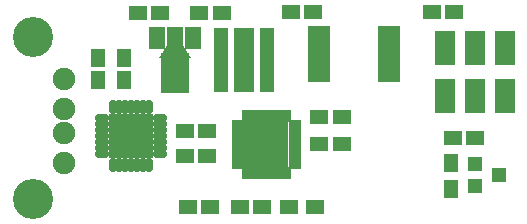
<source format=gbs>
G04 #@! TF.GenerationSoftware,KiCad,Pcbnew,no-vcs-found-7475~57~ubuntu16.04.1*
G04 #@! TF.CreationDate,2017-01-18T16:07:53+02:00*
G04 #@! TF.ProjectId,serial_gw,73657269616C5F67772E6B696361645F,rev?*
G04 #@! TF.FileFunction,Soldermask,Bot*
G04 #@! TF.FilePolarity,Negative*
%FSLAX46Y46*%
G04 Gerber Fmt 4.6, Leading zero omitted, Abs format (unit mm)*
G04 Created by KiCad (PCBNEW no-vcs-found-7475~57~ubuntu16.04.1) date Wed Jan 18 16:07:53 2017*
%MOMM*%
%LPD*%
G01*
G04 APERTURE LIST*
%ADD10C,0.100000*%
%ADD11C,3.399740*%
%ADD12C,1.901140*%
%ADD13R,1.600000X1.150000*%
%ADD14R,1.200000X5.500000*%
%ADD15R,1.700000X5.500000*%
%ADD16R,1.150000X1.600000*%
%ADD17R,1.670000X2.900000*%
%ADD18R,2.125000X2.125000*%
%ADD19R,0.650000X1.100000*%
%ADD20R,1.100000X0.650000*%
%ADD21R,1.600000X1.300000*%
%ADD22R,1.850000X0.850000*%
%ADD23C,1.149300*%
%ADD24R,2.398980X3.399740*%
%ADD25R,1.400760X1.901140*%
%ADD26R,2.075000X2.075000*%
%ADD27O,0.700000X1.250000*%
%ADD28O,1.250000X0.700000*%
%ADD29R,1.300000X1.600000*%
%ADD30R,1.300000X1.200000*%
G04 APERTURE END LIST*
D10*
D11*
X73540000Y-76754000D03*
X73540000Y-90470000D03*
D12*
X76207000Y-80310000D03*
X76207000Y-82850000D03*
X76207000Y-84882000D03*
X76207000Y-87422000D03*
D13*
X97282000Y-74676000D03*
X95382000Y-74676000D03*
D14*
X93390000Y-78740000D03*
D15*
X91440000Y-78740000D03*
D14*
X89490000Y-78740000D03*
D13*
X99690000Y-83566000D03*
X97790000Y-83566000D03*
X88326000Y-84728000D03*
X86426000Y-84728000D03*
X86426000Y-86868000D03*
X88326000Y-86868000D03*
X97790000Y-85852000D03*
X99690000Y-85852000D03*
X92964000Y-91186000D03*
X91064000Y-91186000D03*
X86680000Y-91186000D03*
X88580000Y-91186000D03*
X84328000Y-74760000D03*
X82428000Y-74760000D03*
X107320000Y-74676000D03*
X109220000Y-74676000D03*
D16*
X81310000Y-78550000D03*
X81310000Y-80450000D03*
D13*
X89530000Y-74730000D03*
X87630000Y-74730000D03*
D16*
X79070000Y-78560000D03*
X79070000Y-80460000D03*
D17*
X113498000Y-81756000D03*
X110998000Y-81756000D03*
X108458000Y-81756000D03*
X108458000Y-77756000D03*
X110998000Y-77756000D03*
X113538000Y-77756000D03*
D18*
X92456000Y-86740500D03*
X92456000Y-85015500D03*
X94181000Y-86740500D03*
X94181000Y-85015500D03*
D19*
X91568500Y-88278000D03*
X92068500Y-88278000D03*
X92568500Y-88278000D03*
X93068500Y-88278000D03*
X93568500Y-88278000D03*
X94068500Y-88278000D03*
X94568500Y-88278000D03*
X95068500Y-88278000D03*
D20*
X95718500Y-87628000D03*
X95718500Y-87128000D03*
X95718500Y-86628000D03*
X95718500Y-86128000D03*
X95718500Y-85628000D03*
X95718500Y-85128000D03*
X95718500Y-84628000D03*
X95718500Y-84128000D03*
D19*
X95068500Y-83478000D03*
X94568500Y-83478000D03*
X94068500Y-83478000D03*
X93568500Y-83478000D03*
X93068500Y-83478000D03*
X92568500Y-83478000D03*
X92068500Y-83478000D03*
X91568500Y-83478000D03*
D20*
X90918500Y-84128000D03*
X90918500Y-84628000D03*
X90918500Y-85128000D03*
X90918500Y-85628000D03*
X90918500Y-86128000D03*
X90918500Y-86628000D03*
X90918500Y-87128000D03*
X90918500Y-87628000D03*
D21*
X95250000Y-91186000D03*
X97450000Y-91186000D03*
D22*
X97790000Y-76282000D03*
X97790000Y-76932000D03*
X97790000Y-77582000D03*
X97790000Y-78232000D03*
X97790000Y-78882000D03*
X97790000Y-79532000D03*
X97790000Y-80182000D03*
X103690000Y-80182000D03*
X103690000Y-79532000D03*
X103690000Y-78882000D03*
X103690000Y-78232000D03*
X103690000Y-77582000D03*
X103690000Y-76932000D03*
X103690000Y-76282000D03*
D23*
X85598000Y-77990700D03*
D10*
G36*
X86205317Y-77416050D02*
X86972815Y-78565350D01*
X84223185Y-78565350D01*
X84990683Y-77416050D01*
X86205317Y-77416050D01*
X86205317Y-77416050D01*
G37*
D24*
X85598000Y-79839820D03*
D25*
X87099140Y-76888340D03*
X85598000Y-76888340D03*
X84096860Y-76888340D03*
D26*
X81026000Y-86003000D03*
X81026000Y-84328000D03*
X82701000Y-86003000D03*
X82701000Y-84328000D03*
D27*
X80363500Y-87615500D03*
X80863500Y-87615500D03*
X81363500Y-87615500D03*
X81863500Y-87615500D03*
X82363500Y-87615500D03*
X82863500Y-87615500D03*
X83363500Y-87615500D03*
D28*
X84313500Y-86665500D03*
X84313500Y-86165500D03*
X84313500Y-85665500D03*
X84313500Y-85165500D03*
X84313500Y-84665500D03*
X84313500Y-84165500D03*
X84313500Y-83665500D03*
D27*
X83363500Y-82715500D03*
X82863500Y-82715500D03*
X82363500Y-82715500D03*
X81863500Y-82715500D03*
X81363500Y-82715500D03*
X80863500Y-82715500D03*
X80363500Y-82715500D03*
D28*
X79413500Y-83665500D03*
X79413500Y-84165500D03*
X79413500Y-84665500D03*
X79413500Y-85165500D03*
X79413500Y-85665500D03*
X79413500Y-86165500D03*
X79413500Y-86665500D03*
D13*
X110998000Y-85344000D03*
X109098000Y-85344000D03*
D29*
X108966000Y-87462000D03*
X108966000Y-89662000D03*
D30*
X112998000Y-88458000D03*
X110998000Y-87508000D03*
X110998000Y-89408000D03*
M02*

</source>
